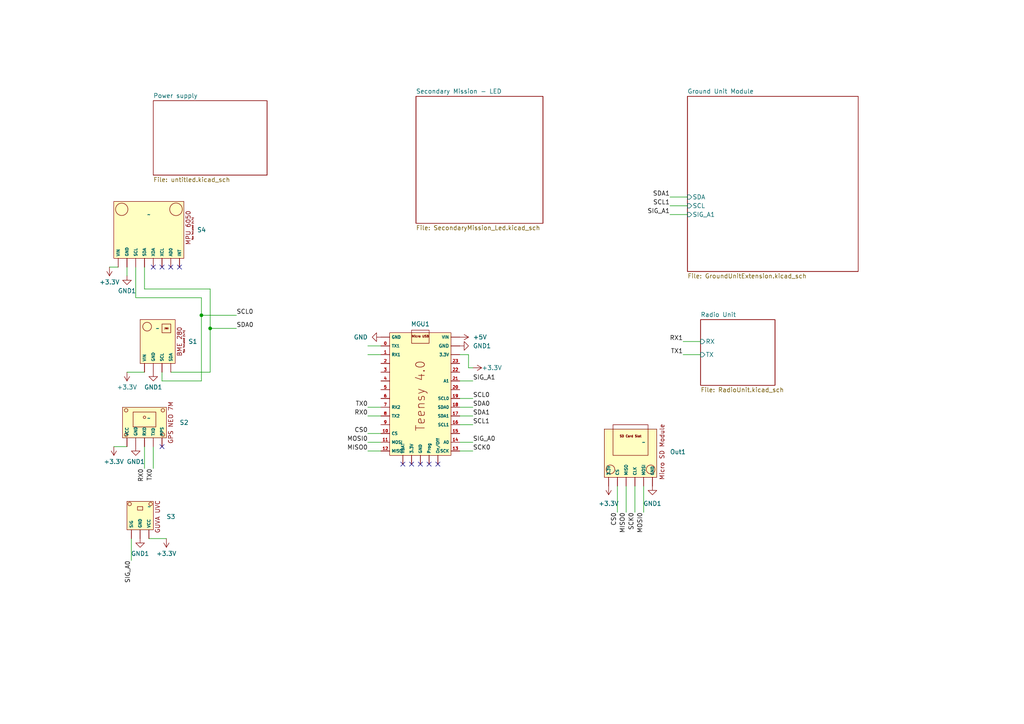
<source format=kicad_sch>
(kicad_sch (version 20230121) (generator eeschema)

  (uuid 5d2fc9f9-e9c7-40c5-b3fa-7f2393597598)

  (paper "A4")

  (lib_symbols
    (symbol "Objects:BME_280 Breakout Board" (in_bom yes) (on_board yes)
      (property "Reference" "S" (at 0 5.08 0)
        (effects (font (size 1.27 1.27)))
      )
      (property "Value" "" (at 0 0 0)
        (effects (font (size 1.27 1.27)))
      )
      (property "Footprint" "" (at 0 0 0)
        (effects (font (size 1.27 1.27)) hide)
      )
      (property "Datasheet" "" (at 0 0 0)
        (effects (font (size 1.27 1.27)) hide)
      )
      (symbol "BME_280 Breakout Board_0_1"
        (rectangle (start 1.27 1.27) (end 3.81 -1.27)
          (stroke (width 0) (type default))
          (fill (type none))
        )
      )
      (symbol "BME_280 Breakout Board_1_0"
        (pin bidirectional line (at 3.81 -12.7 90) (length 2.54)
          (name "SDA" (effects (font (size 0.8467 0.8467))))
          (number "" (effects (font (size 0.8467 0.8467))))
        )
      )
      (symbol "BME_280 Breakout Board_1_1"
        (rectangle (start -5.08 2.54) (end 5.08 -10.16)
          (stroke (width 0) (type default))
          (fill (type background))
        )
        (circle (center -3.048 0.508) (radius 1.27)
          (stroke (width 0) (type default))
          (fill (type color) (color 0 0 0 0))
        )
        (text "280" (at 2.54 0 0)
          (effects (font (size 0.4233 0.4233)))
        )
        (text "BME 280" (at 6.35 -3.81 900)
          (effects (font (size 1.27 1.27)))
        )
        (text "Rps included! (4.7k)" (at 7.62 -3.81 900)
          (effects (font (size 0.4233 0.4233)))
        )
        (pin passive line (at -1.27 -12.7 90) (length 2.54)
          (name "GND" (effects (font (size 0.8467 0.8467))))
          (number "" (effects (font (size 0.8467 0.8467))))
        )
        (pin bidirectional line (at 1.27 -12.7 90) (length 2.54)
          (name "SCL" (effects (font (size 0.8467 0.8467))))
          (number "" (effects (font (size 0.8467 0.8467))))
        )
        (pin power_in line (at -3.81 -12.7 90) (length 2.54)
          (name "VIN" (effects (font (size 0.8467 0.8467))))
          (number "" (effects (font (size 0.8467 0.8467))))
        )
      )
    )
    (symbol "Objects:GPS_NEO-7M-0-000" (in_bom yes) (on_board yes)
      (property "Reference" "S" (at 0 5.715 0)
        (effects (font (size 1.27 1.27)))
      )
      (property "Value" "" (at 1.27 0.635 0)
        (effects (font (size 1.27 1.27)))
      )
      (property "Footprint" "" (at 1.27 0.635 0)
        (effects (font (size 1.27 1.27)) hide)
      )
      (property "Datasheet" "" (at 1.27 0.635 0)
        (effects (font (size 1.27 1.27)) hide)
      )
      (symbol "GPS_NEO-7M-0-000_0_1"
        (circle (center -5.334 -4.191) (radius 0.508)
          (stroke (width 0) (type default))
          (fill (type none))
        )
        (circle (center -5.334 2.921) (radius 0.508)
          (stroke (width 0) (type default))
          (fill (type none))
        )
        (rectangle (start -3.302 2.413) (end 3.302 -1.905)
          (stroke (width 0) (type default))
          (fill (type none))
        )
        (circle (center 0 0.889) (radius 0.3592)
          (stroke (width 0) (type default))
          (fill (type none))
        )
        (circle (center 5.334 -4.191) (radius 0.508)
          (stroke (width 0) (type default))
          (fill (type none))
        )
        (circle (center 5.334 2.921) (radius 0.508)
          (stroke (width 0) (type default))
          (fill (type none))
        )
      )
      (symbol "GPS_NEO-7M-0-000_1_1"
        (rectangle (start -6.35 3.81) (end 6.35 -5.08)
          (stroke (width 0) (type default))
          (fill (type background))
        )
        (text "GPS NEO 7M" (at 7.62 -0.635 900)
          (effects (font (size 1.27 1.27)))
        )
        (pin passive line (at -2.54 -7.62 90) (length 2.54)
          (name "GND" (effects (font (size 0.8467 0.8467))))
          (number "" (effects (font (size 0.8467 0.8467))))
        )
        (pin unspecified line (at 5.08 -7.62 90) (length 2.54)
          (name "PPS" (effects (font (size 0.8467 0.8467))))
          (number "" (effects (font (size 0.8467 0.8467))))
        )
        (pin input line (at 0 -7.62 90) (length 2.54)
          (name "RXD" (effects (font (size 0.8467 0.8467))))
          (number "" (effects (font (size 0.8467 0.8467))))
        )
        (pin output line (at 2.54 -7.62 90) (length 2.54)
          (name "TXD" (effects (font (size 0.8467 0.8467))))
          (number "" (effects (font (size 0.8467 0.8467))))
        )
        (pin power_in line (at -5.08 -7.62 90) (length 2.54)
          (name "VCC" (effects (font (size 0.8467 0.8467))))
          (number "" (effects (font (size 0.8467 0.8467))))
        )
      )
    )
    (symbol "Objects:GUVA_UVC_Sensor" (in_bom yes) (on_board yes)
      (property "Reference" "S" (at 0 8.001 0)
        (effects (font (size 1.27 1.27)))
      )
      (property "Value" "" (at 2.667 4.191 0)
        (effects (font (size 1.27 1.27)))
      )
      (property "Footprint" "" (at 2.667 4.191 0)
        (effects (font (size 1.27 1.27)) hide)
      )
      (property "Datasheet" "" (at 2.667 4.191 0)
        (effects (font (size 1.27 1.27)) hide)
      )
      (symbol "GUVA_UVC_Sensor_1_1"
        (rectangle (start -3.81 5.715) (end 3.81 -2.54)
          (stroke (width 0) (type default))
          (fill (type background))
        )
        (circle (center -3.048 4.953) (radius 0.508)
          (stroke (width 0) (type default))
          (fill (type none))
        )
        (rectangle (start -0.762 4.191) (end 0.762 3.175)
          (stroke (width 0) (type default))
          (fill (type none))
        )
        (circle (center 3.048 4.953) (radius 0.508)
          (stroke (width 0) (type default))
          (fill (type none))
        )
        (text "GUVA UVC" (at 5.08 1.27 900)
          (effects (font (size 1.27 1.27)))
        )
        (pin passive line (at 0 -5.08 90) (length 2.54)
          (name "GND" (effects (font (size 0.8467 0.8467))))
          (number "" (effects (font (size 0.8467 0.8467))))
        )
        (pin output line (at -2.54 -5.08 90) (length 2.54)
          (name "SIG" (effects (font (size 0.8467 0.8467))))
          (number "" (effects (font (size 0.8467 0.8467))))
        )
        (pin power_in line (at 2.54 -5.08 90) (length 2.54)
          (name "VCC" (effects (font (size 0.8467 0.8467))))
          (number "" (effects (font (size 0.8467 0.8467))))
        )
      )
    )
    (symbol "Objects:MPU_6050 Breakout Board" (in_bom yes) (on_board yes)
      (property "Reference" "S" (at 0 6.35 0)
        (effects (font (size 1.27 1.27)))
      )
      (property "Value" "" (at 0 0 0)
        (effects (font (size 1.27 1.27)))
      )
      (property "Footprint" "" (at 0 0 0)
        (effects (font (size 1.27 1.27)) hide)
      )
      (property "Datasheet" "" (at 0 0 0)
        (effects (font (size 1.27 1.27)) hide)
      )
      (symbol "MPU_6050 Breakout Board_0_1"
        (circle (center -7.874 1.524) (radius 1.7961)
          (stroke (width 0) (type default))
          (fill (type none))
        )
        (circle (center 7.874 1.524) (radius 1.8316)
          (stroke (width 0) (type default))
          (fill (type none))
        )
      )
      (symbol "MPU_6050 Breakout Board_1_1"
        (rectangle (start -10.16 3.81) (end 10.16 -12.7)
          (stroke (width 0) (type default))
          (fill (type background))
        )
        (text "MPU 6050" (at 11.43 -3.81 900)
          (effects (font (size 1.27 1.27)))
        )
        (text "Rps included! (4.7k)" (at 12.7 -4.064 900)
          (effects (font (size 0.4233 0.4233)))
        )
        (pin unspecified line (at 6.35 -15.24 90) (length 2.54)
          (name "AD0" (effects (font (size 0.8467 0.8467))))
          (number "" (effects (font (size 0.8467 0.8467))))
        )
        (pin passive line (at -6.35 -15.24 90) (length 2.54)
          (name "GND" (effects (font (size 0.8467 0.8467))))
          (number "" (effects (font (size 0.8467 0.8467))))
        )
        (pin unspecified line (at 8.89 -15.24 90) (length 2.54)
          (name "INT" (effects (font (size 0.8467 0.8467))))
          (number "" (effects (font (size 0.8467 0.8467))))
        )
        (pin bidirectional line (at -3.81 -15.24 90) (length 2.54)
          (name "SCL" (effects (font (size 0.8467 0.8467))))
          (number "" (effects (font (size 0.8467 0.8467))))
        )
        (pin bidirectional line (at -1.27 -15.24 90) (length 2.54)
          (name "SDA" (effects (font (size 0.8467 0.8467))))
          (number "" (effects (font (size 0.8467 0.8467))))
        )
        (pin power_in line (at -8.89 -15.24 90) (length 2.54)
          (name "VIN" (effects (font (size 0.8467 0.8467))))
          (number "" (effects (font (size 0.8467 0.8467))))
        )
        (pin bidirectional line (at 3.81 -15.24 90) (length 2.54)
          (name "XCL" (effects (font (size 0.8467 0.8467))))
          (number "" (effects (font (size 0.8467 0.8467))))
        )
        (pin bidirectional line (at 1.27 -15.24 90) (length 2.54)
          (name "XDA" (effects (font (size 0.8467 0.8467))))
          (number "" (effects (font (size 0.8467 0.8467))))
        )
      )
    )
    (symbol "Objects:MicroSD_Module" (in_bom yes) (on_board yes)
      (property "Reference" "Out" (at 0 8.89 0)
        (effects (font (size 1.27 1.27)))
      )
      (property "Value" "" (at 3.81 0 0)
        (effects (font (size 1.27 1.27)))
      )
      (property "Footprint" "" (at 3.81 0 0)
        (effects (font (size 1.27 1.27)) hide)
      )
      (property "Datasheet" "" (at 3.81 0 0)
        (effects (font (size 1.27 1.27)) hide)
      )
      (symbol "MicroSD_Module_0_1"
        (circle (center -5.842 -7.874) (radius 1.27)
          (stroke (width 0) (type default))
          (fill (type none))
        )
        (circle (center 5.842 -7.874) (radius 1.27)
          (stroke (width 0) (type default))
          (fill (type none))
        )
      )
      (symbol "MicroSD_Module_1_1"
        (rectangle (start -7.62 3.81) (end 7.62 -10.16)
          (stroke (width 0) (type default))
          (fill (type background))
        )
        (rectangle (start -5.08 5.08) (end 5.08 -3.81)
          (stroke (width 0) (type solid))
          (fill (type none))
        )
        (text "Micro SD Module\n" (at 9.144 -2.794 900)
          (effects (font (size 1.27 1.27)))
        )
        (text "SD Card Slot" (at 0 1.778 0)
          (effects (font (size 0.635 0.635)))
        )
        (pin power_in line (at -6.35 -12.7 90) (length 2.54)
          (name "3.3V" (effects (font (size 0.8467 0.8467))))
          (number "" (effects (font (size 0.8467 0.8467))))
        )
        (pin unspecified line (at 1.27 -12.7 90) (length 2.54)
          (name "CLK" (effects (font (size 0.8467 0.8467))))
          (number "" (effects (font (size 0.8467 0.8467))))
        )
        (pin unspecified line (at -3.81 -12.7 90) (length 2.54)
          (name "CS" (effects (font (size 0.8467 0.8467))))
          (number "" (effects (font (size 0.8467 0.8467))))
        )
        (pin passive line (at 6.35 -12.7 90) (length 2.54)
          (name "GND" (effects (font (size 0.8467 0.8467))))
          (number "" (effects (font (size 0.8467 0.8467))))
        )
        (pin unspecified line (at -1.27 -12.7 90) (length 2.54)
          (name "MISO" (effects (font (size 0.8467 0.8467))))
          (number "" (effects (font (size 0.8467 0.8467))))
        )
        (pin unspecified line (at 3.81 -12.7 90) (length 2.54)
          (name "MOSI" (effects (font (size 0.8467 0.8467))))
          (number "" (effects (font (size 0.8467 0.8467))))
        )
      )
    )
    (symbol "Objects:Teensy_4.0_front" (in_bom yes) (on_board yes)
      (property "Reference" "MCU" (at 0 8.636 0)
        (effects (font (size 1.27 1.27)))
      )
      (property "Value" "" (at 0 7.62 0)
        (effects (font (size 1.27 1.27)))
      )
      (property "Footprint" "" (at 0 7.62 0)
        (effects (font (size 1.27 1.27)) hide)
      )
      (property "Datasheet" "" (at 0 7.62 0)
        (effects (font (size 1.27 1.27)) hide)
      )
      (symbol "Teensy_4.0_front_1_1"
        (rectangle (start -8.89 5.08) (end 8.89 -30.48)
          (stroke (width 0) (type default))
          (fill (type background))
        )
        (rectangle (start -2.54 5.842) (end 2.54 2.032)
          (stroke (width 0) (type default))
          (fill (type none))
        )
        (text "Micro USB" (at 0 4.064 0)
          (effects (font (size 0.635 0.635)))
        )
        (text "Teensy 4.0" (at 0 -13.208 900)
          (effects (font (size 2.54 2.54)))
        )
        (pin power_out line (at -2.54 -33.02 90) (length 2.54)
          (name "3.3V" (effects (font (size 0.8467 0.8467))))
          (number "" (effects (font (size 0.8467 0.8467))))
        )
        (pin power_out line (at 11.43 -1.27 180) (length 2.54)
          (name "3.3V" (effects (font (size 0.8467 0.8467))))
          (number "" (effects (font (size 0.8467 0.8467))))
        )
        (pin power_in line (at -11.43 3.81 0) (length 2.54)
          (name "GND" (effects (font (size 0.8467 0.8467))))
          (number "" (effects (font (size 0.8467 0.8467))))
        )
        (pin power_out line (at 0 -33.02 90) (length 2.54)
          (name "GND" (effects (font (size 0.8467 0.8467))))
          (number "" (effects (font (size 0.8467 0.8467))))
        )
        (pin power_out line (at 11.43 1.27 180) (length 2.54)
          (name "GND" (effects (font (size 0.9525 0.9525))))
          (number "" (effects (font (size 0.8467 0.8467))))
        )
        (pin unspecified line (at 5.08 -33.02 90) (length 2.54)
          (name "On/Off" (effects (font (size 0.8467 0.8467))))
          (number "" (effects (font (size 0.8467 0.8467))))
        )
        (pin unspecified line (at 2.54 -33.02 90) (length 2.54)
          (name "Prog" (effects (font (size 0.8467 0.8467))))
          (number "" (effects (font (size 0.8467 0.8467))))
        )
        (pin power_in line (at -5.08 -33.02 90) (length 2.54)
          (name "VBAT" (effects (font (size 0.8467 0.8467))))
          (number "" (effects (font (size 0.8467 0.8467))))
        )
        (pin power_in line (at 11.43 3.81 180) (length 2.54)
          (name "VIN" (effects (font (size 0.8467 0.8467))))
          (number "" (effects (font (size 1.27 1.27))))
        )
        (pin output line (at -11.43 1.27 0) (length 2.54)
          (name "TX1" (effects (font (size 0.8467 0.8467))))
          (number "0" (effects (font (size 0.8467 0.8467))))
        )
        (pin input line (at -11.43 -1.27 0) (length 2.54)
          (name "RX1" (effects (font (size 0.8467 0.8467))))
          (number "1" (effects (font (size 0.8467 0.8467))))
        )
        (pin free line (at -11.43 -24.13 0) (length 2.54)
          (name "CS" (effects (font (size 0.8467 0.8467))))
          (number "10" (effects (font (size 0.8467 0.8467))))
        )
        (pin free line (at -11.43 -26.67 0) (length 2.54)
          (name "MOSI" (effects (font (size 0.8467 0.8467))))
          (number "11" (effects (font (size 0.8467 0.8467))))
        )
        (pin free line (at -11.43 -29.21 0) (length 2.54)
          (name "MISO" (effects (font (size 0.8467 0.8467))))
          (number "12" (effects (font (size 0.8467 0.8467))))
        )
        (pin free line (at 11.43 -29.21 180) (length 2.54)
          (name "SCK" (effects (font (size 0.8467 0.8467))))
          (number "13" (effects (font (size 0.8467 0.8467))))
        )
        (pin input line (at 11.43 -26.67 180) (length 2.54)
          (name "A0" (effects (font (size 0.8467 0.8467))))
          (number "14" (effects (font (size 0.8467 0.8467))))
        )
        (pin free line (at 11.43 -24.13 180) (length 2.54)
          (name "" (effects (font (size 0.8467 0.8467))))
          (number "15" (effects (font (size 0.8467 0.8467))))
        )
        (pin bidirectional line (at 11.43 -21.59 180) (length 2.54)
          (name "SCL1" (effects (font (size 0.8467 0.8467))))
          (number "16" (effects (font (size 0.8467 0.8467))))
        )
        (pin bidirectional line (at 11.43 -19.05 180) (length 2.54)
          (name "SDA1" (effects (font (size 0.8467 0.8467))))
          (number "17" (effects (font (size 0.8467 0.8467))))
        )
        (pin bidirectional line (at 11.43 -16.51 180) (length 2.54)
          (name "SDA0" (effects (font (size 0.8467 0.8467))))
          (number "18" (effects (font (size 0.8467 0.8467))))
        )
        (pin bidirectional line (at 11.43 -13.97 180) (length 2.54)
          (name "SCL0" (effects (font (size 0.8467 0.8467))))
          (number "19" (effects (font (size 0.8467 0.8467))))
        )
        (pin free line (at -11.43 -3.81 0) (length 2.54)
          (name "" (effects (font (size 0.8467 0.8467))))
          (number "2" (effects (font (size 0.8467 0.8467))))
        )
        (pin free line (at 11.43 -11.43 180) (length 2.54)
          (name "" (effects (font (size 0.8467 0.8467))))
          (number "20" (effects (font (size 0.8467 0.8467))))
        )
        (pin input line (at 11.43 -8.89 180) (length 2.54)
          (name "A1" (effects (font (size 0.8467 0.8467))))
          (number "21" (effects (font (size 0.8467 0.8467))))
        )
        (pin free line (at 11.43 -6.35 180) (length 2.54)
          (name "" (effects (font (size 0.8467 0.8467))))
          (number "22" (effects (font (size 0.8467 0.8467))))
        )
        (pin free line (at 11.43 -3.81 180) (length 2.54)
          (name "" (effects (font (size 0.8467 0.8467))))
          (number "23" (effects (font (size 0.8467 0.8467))))
        )
        (pin free line (at -11.43 -6.35 0) (length 2.54)
          (name "" (effects (font (size 0.8467 0.8467))))
          (number "3" (effects (font (size 0.8467 0.8467))))
        )
        (pin free line (at -11.43 -8.89 0) (length 2.54)
          (name "" (effects (font (size 0.8467 0.8467))))
          (number "4" (effects (font (size 0.8467 0.8467))))
        )
        (pin free line (at -11.43 -11.43 0) (length 2.54)
          (name "" (effects (font (size 0.8467 0.8467))))
          (number "5" (effects (font (size 0.8467 0.8467))))
        )
        (pin free line (at -11.43 -13.97 0) (length 2.54)
          (name "" (effects (font (size 0.8467 0.8467))))
          (number "6" (effects (font (size 0.8467 0.8467))))
        )
        (pin input line (at -11.43 -16.51 0) (length 2.54)
          (name "RX2" (effects (font (size 0.8467 0.8467))))
          (number "7" (effects (font (size 0.8467 0.8467))))
        )
        (pin output line (at -11.43 -19.05 0) (length 2.54)
          (name "TX2" (effects (font (size 0.8467 0.8467))))
          (number "8" (effects (font (size 0.8467 0.8467))))
        )
        (pin free line (at -11.43 -21.59 0) (length 2.54)
          (name "" (effects (font (size 0.8467 0.8467))))
          (number "9" (effects (font (size 0.8467 0.8467))))
        )
      )
    )
    (symbol "power:+3.3V" (power) (pin_names (offset 0)) (in_bom yes) (on_board yes)
      (property "Reference" "#PWR" (at 0 -3.81 0)
        (effects (font (size 1.27 1.27)) hide)
      )
      (property "Value" "+3.3V" (at 0 3.556 0)
        (effects (font (size 1.27 1.27)))
      )
      (property "Footprint" "" (at 0 0 0)
        (effects (font (size 1.27 1.27)) hide)
      )
      (property "Datasheet" "" (at 0 0 0)
        (effects (font (size 1.27 1.27)) hide)
      )
      (property "ki_keywords" "global power" (at 0 0 0)
        (effects (font (size 1.27 1.27)) hide)
      )
      (property "ki_description" "Power symbol creates a global label with name \"+3.3V\"" (at 0 0 0)
        (effects (font (size 1.27 1.27)) hide)
      )
      (symbol "+3.3V_0_1"
        (polyline
          (pts
            (xy -0.762 1.27)
            (xy 0 2.54)
          )
          (stroke (width 0) (type default))
          (fill (type none))
        )
        (polyline
          (pts
            (xy 0 0)
            (xy 0 2.54)
          )
          (stroke (width 0) (type default))
          (fill (type none))
        )
        (polyline
          (pts
            (xy 0 2.54)
            (xy 0.762 1.27)
          )
          (stroke (width 0) (type default))
          (fill (type none))
        )
      )
      (symbol "+3.3V_1_1"
        (pin power_in line (at 0 0 90) (length 0) hide
          (name "+3.3V" (effects (font (size 1.27 1.27))))
          (number "1" (effects (font (size 1.27 1.27))))
        )
      )
    )
    (symbol "power:+5V" (power) (pin_names (offset 0)) (in_bom yes) (on_board yes)
      (property "Reference" "#PWR" (at 0 -3.81 0)
        (effects (font (size 1.27 1.27)) hide)
      )
      (property "Value" "+5V" (at 0 3.556 0)
        (effects (font (size 1.27 1.27)))
      )
      (property "Footprint" "" (at 0 0 0)
        (effects (font (size 1.27 1.27)) hide)
      )
      (property "Datasheet" "" (at 0 0 0)
        (effects (font (size 1.27 1.27)) hide)
      )
      (property "ki_keywords" "global power" (at 0 0 0)
        (effects (font (size 1.27 1.27)) hide)
      )
      (property "ki_description" "Power symbol creates a global label with name \"+5V\"" (at 0 0 0)
        (effects (font (size 1.27 1.27)) hide)
      )
      (symbol "+5V_0_1"
        (polyline
          (pts
            (xy -0.762 1.27)
            (xy 0 2.54)
          )
          (stroke (width 0) (type default))
          (fill (type none))
        )
        (polyline
          (pts
            (xy 0 0)
            (xy 0 2.54)
          )
          (stroke (width 0) (type default))
          (fill (type none))
        )
        (polyline
          (pts
            (xy 0 2.54)
            (xy 0.762 1.27)
          )
          (stroke (width 0) (type default))
          (fill (type none))
        )
      )
      (symbol "+5V_1_1"
        (pin power_in line (at 0 0 90) (length 0) hide
          (name "+5V" (effects (font (size 1.27 1.27))))
          (number "1" (effects (font (size 1.27 1.27))))
        )
      )
    )
    (symbol "power:GND" (power) (pin_names (offset 0)) (in_bom yes) (on_board yes)
      (property "Reference" "#PWR" (at 0 -6.35 0)
        (effects (font (size 1.27 1.27)) hide)
      )
      (property "Value" "GND" (at 0 -3.81 0)
        (effects (font (size 1.27 1.27)))
      )
      (property "Footprint" "" (at 0 0 0)
        (effects (font (size 1.27 1.27)) hide)
      )
      (property "Datasheet" "" (at 0 0 0)
        (effects (font (size 1.27 1.27)) hide)
      )
      (property "ki_keywords" "global power" (at 0 0 0)
        (effects (font (size 1.27 1.27)) hide)
      )
      (property "ki_description" "Power symbol creates a global label with name \"GND\" , ground" (at 0 0 0)
        (effects (font (size 1.27 1.27)) hide)
      )
      (symbol "GND_0_1"
        (polyline
          (pts
            (xy 0 0)
            (xy 0 -1.27)
            (xy 1.27 -1.27)
            (xy 0 -2.54)
            (xy -1.27 -1.27)
            (xy 0 -1.27)
          )
          (stroke (width 0) (type default))
          (fill (type none))
        )
      )
      (symbol "GND_1_1"
        (pin power_in line (at 0 0 270) (length 0) hide
          (name "GND" (effects (font (size 1.27 1.27))))
          (number "1" (effects (font (size 1.27 1.27))))
        )
      )
    )
    (symbol "power:GND1" (power) (pin_names (offset 0)) (in_bom yes) (on_board yes)
      (property "Reference" "#PWR" (at 0 -6.35 0)
        (effects (font (size 1.27 1.27)) hide)
      )
      (property "Value" "GND1" (at 0 -3.81 0)
        (effects (font (size 1.27 1.27)))
      )
      (property "Footprint" "" (at 0 0 0)
        (effects (font (size 1.27 1.27)) hide)
      )
      (property "Datasheet" "" (at 0 0 0)
        (effects (font (size 1.27 1.27)) hide)
      )
      (property "ki_keywords" "global power" (at 0 0 0)
        (effects (font (size 1.27 1.27)) hide)
      )
      (property "ki_description" "Power symbol creates a global label with name \"GND1\" , ground" (at 0 0 0)
        (effects (font (size 1.27 1.27)) hide)
      )
      (symbol "GND1_0_1"
        (polyline
          (pts
            (xy 0 0)
            (xy 0 -1.27)
            (xy 1.27 -1.27)
            (xy 0 -2.54)
            (xy -1.27 -1.27)
            (xy 0 -1.27)
          )
          (stroke (width 0) (type default))
          (fill (type none))
        )
      )
      (symbol "GND1_1_1"
        (pin power_in line (at 0 0 270) (length 0) hide
          (name "GND1" (effects (font (size 1.27 1.27))))
          (number "1" (effects (font (size 1.27 1.27))))
        )
      )
    )
  )

  (junction (at 58.42 91.44) (diameter 0) (color 0 0 0 0)
    (uuid 0e7eb6b7-b97a-43e6-b727-c90cb959774c)
  )
  (junction (at 60.96 95.25) (diameter 0) (color 0 0 0 0)
    (uuid 5365f2d8-feba-48cf-ac4d-800cd09f8ffb)
  )

  (no_connect (at 116.84 134.62) (uuid 18f01199-ee06-4074-ba73-31602026e903))
  (no_connect (at 119.38 134.62) (uuid 19ec9f24-a16a-4b50-a3df-f52d2d86672d))
  (no_connect (at 44.45 77.47) (uuid 377020b3-bbc7-4707-8b78-fbf1c10851bd))
  (no_connect (at 121.92 134.62) (uuid 7336b7d0-65c0-4860-b262-93d4eed6b28b))
  (no_connect (at 52.07 77.47) (uuid 745c200b-07f6-46dc-9261-6d315ef94dfc))
  (no_connect (at 127 134.62) (uuid 78cf91c0-09a8-4482-8333-946b22034029))
  (no_connect (at 49.53 77.47) (uuid bebfd865-c541-4086-9905-19948293e960))
  (no_connect (at 124.46 134.62) (uuid c773b4e8-6725-44ee-916d-cb0b0caca9a8))
  (no_connect (at 46.99 129.54) (uuid cc5be443-d6e2-45c4-9399-4453c63e5deb))
  (no_connect (at 46.99 77.47) (uuid f48edc83-aec1-4315-a8ce-905f6b3801d2))

  (wire (pts (xy 41.91 77.47) (xy 41.91 83.82))
    (stroke (width 0) (type default))
    (uuid 017dff0b-7f47-4f9b-b6cd-6d93beff2bcd)
  )
  (wire (pts (xy 194.31 59.69) (xy 199.39 59.69))
    (stroke (width 0) (type default))
    (uuid 09434657-6a0b-4fcf-924d-06be19200d04)
  )
  (wire (pts (xy 198.12 99.06) (xy 203.2 99.06))
    (stroke (width 0) (type default))
    (uuid 0c52e17d-8c17-4224-a01b-1117a3cf3abb)
  )
  (wire (pts (xy 106.68 128.27) (xy 110.49 128.27))
    (stroke (width 0) (type default))
    (uuid 11270aca-7548-4945-a1e6-e88d630091d9)
  )
  (wire (pts (xy 60.96 95.25) (xy 68.58 95.25))
    (stroke (width 0) (type default))
    (uuid 1877bd81-53f5-4583-b3ac-c323caeadd13)
  )
  (wire (pts (xy 38.1 162.56) (xy 38.1 156.21))
    (stroke (width 0) (type default))
    (uuid 1930da39-26ef-48cc-b1ee-cf2d1539113d)
  )
  (wire (pts (xy 133.35 110.49) (xy 137.16 110.49))
    (stroke (width 0) (type default))
    (uuid 254bce09-1324-4e34-9c91-8ec4cbba8e36)
  )
  (wire (pts (xy 106.68 100.33) (xy 110.49 100.33))
    (stroke (width 0) (type default))
    (uuid 2c009cbf-48ff-4c67-9677-fb7b288942b9)
  )
  (wire (pts (xy 137.16 115.57) (xy 133.35 115.57))
    (stroke (width 0) (type default))
    (uuid 2f7b9d95-b8d0-4f6d-b314-1fd69a791f83)
  )
  (wire (pts (xy 135.89 106.68) (xy 135.89 102.87))
    (stroke (width 0) (type default))
    (uuid 2f8735fd-af23-44aa-b2e1-476e395076b7)
  )
  (wire (pts (xy 60.96 95.25) (xy 60.96 107.95))
    (stroke (width 0) (type default))
    (uuid 31657b1b-cf52-41e4-802d-313cfbb0a7a7)
  )
  (wire (pts (xy 36.83 80.01) (xy 36.83 77.47))
    (stroke (width 0) (type default))
    (uuid 38df8f29-794a-4a8b-84cf-ee87bb342a21)
  )
  (wire (pts (xy 135.89 106.68) (xy 137.16 106.68))
    (stroke (width 0) (type default))
    (uuid 40d4f0e5-8c3a-4662-8fc3-b6992bbeee04)
  )
  (wire (pts (xy 106.68 120.65) (xy 110.49 120.65))
    (stroke (width 0) (type default))
    (uuid 45374b8f-90a6-421e-b1c8-4f2f21e5c830)
  )
  (wire (pts (xy 60.96 83.82) (xy 60.96 95.25))
    (stroke (width 0) (type default))
    (uuid 4ab7c552-fe4f-4a83-9d98-2a11c0efb8a2)
  )
  (wire (pts (xy 198.12 102.87) (xy 203.2 102.87))
    (stroke (width 0) (type default))
    (uuid 4abff4a8-64a2-4ab6-842e-24f66c7b39ec)
  )
  (wire (pts (xy 58.42 91.44) (xy 58.42 110.49))
    (stroke (width 0) (type default))
    (uuid 506416c2-27e1-47a2-96af-f9acf73bf53f)
  )
  (wire (pts (xy 36.83 107.95) (xy 41.91 107.95))
    (stroke (width 0) (type default))
    (uuid 52d01452-d8da-4166-8f92-c37d31ff3b8e)
  )
  (wire (pts (xy 41.91 129.54) (xy 41.91 135.89))
    (stroke (width 0) (type default))
    (uuid 53da3589-8c55-4b27-bb32-8eb786666260)
  )
  (wire (pts (xy 33.02 129.54) (xy 36.83 129.54))
    (stroke (width 0) (type default))
    (uuid 5e9a30b2-1489-465c-b41d-cb4dc4184358)
  )
  (wire (pts (xy 106.68 102.87) (xy 110.49 102.87))
    (stroke (width 0) (type default))
    (uuid 693dc79a-4281-4d69-81a9-be02a1e700b8)
  )
  (wire (pts (xy 106.68 118.11) (xy 110.49 118.11))
    (stroke (width 0) (type default))
    (uuid 6c948474-f406-4740-9dda-d6ee6cf4358f)
  )
  (wire (pts (xy 179.07 148.59) (xy 179.07 140.97))
    (stroke (width 0) (type default))
    (uuid 6c97c77c-38b5-44d2-b13d-321a7e6dcdc6)
  )
  (wire (pts (xy 133.35 120.65) (xy 137.16 120.65))
    (stroke (width 0) (type default))
    (uuid 7c711f09-9ee5-43fa-98a9-18f36ce922b7)
  )
  (wire (pts (xy 184.15 148.59) (xy 184.15 140.97))
    (stroke (width 0) (type default))
    (uuid 7d267b3c-1c5e-4ff0-aa82-2ebf1647420a)
  )
  (wire (pts (xy 46.99 107.95) (xy 46.99 110.49))
    (stroke (width 0) (type default))
    (uuid 822ffa8a-40ef-49ce-807f-d0e7bc69e7f8)
  )
  (wire (pts (xy 106.68 130.81) (xy 110.49 130.81))
    (stroke (width 0) (type default))
    (uuid 8c8a3695-09f6-44fb-a3bf-2da0070a686f)
  )
  (wire (pts (xy 46.99 110.49) (xy 58.42 110.49))
    (stroke (width 0) (type default))
    (uuid 8d90eecf-ac4f-4152-9510-abf8ce3e77d6)
  )
  (wire (pts (xy 181.61 148.59) (xy 181.61 140.97))
    (stroke (width 0) (type default))
    (uuid 8f6cb6b5-4366-4e74-a7c7-76e3d838a2f5)
  )
  (wire (pts (xy 186.69 148.59) (xy 186.69 140.97))
    (stroke (width 0) (type default))
    (uuid 90d4befa-b4d3-43a7-8b72-daec7cefde51)
  )
  (wire (pts (xy 106.68 125.73) (xy 110.49 125.73))
    (stroke (width 0) (type default))
    (uuid 928d43c9-5884-40b0-8110-e05e62cd4270)
  )
  (wire (pts (xy 58.42 91.44) (xy 68.58 91.44))
    (stroke (width 0) (type default))
    (uuid 92f2dac2-c9e7-46f1-9928-03f6a06a5dce)
  )
  (wire (pts (xy 39.37 77.47) (xy 39.37 86.36))
    (stroke (width 0) (type default))
    (uuid 9bf77fa7-d352-4e81-81bf-b91a42af1be9)
  )
  (wire (pts (xy 31.75 77.47) (xy 34.29 77.47))
    (stroke (width 0) (type default))
    (uuid 9ed9f0e0-ea34-4c63-b434-e3eb639d97ed)
  )
  (wire (pts (xy 133.35 123.19) (xy 137.16 123.19))
    (stroke (width 0) (type default))
    (uuid a64b4cbd-7b6e-46b6-ad13-ca6c955a1d8b)
  )
  (wire (pts (xy 60.96 83.82) (xy 41.91 83.82))
    (stroke (width 0) (type default))
    (uuid a785be6c-f594-4012-9da5-12a0d62604c3)
  )
  (wire (pts (xy 137.16 130.81) (xy 133.35 130.81))
    (stroke (width 0) (type default))
    (uuid b14a82b7-e609-495f-b7b0-0ee2f1dccc70)
  )
  (wire (pts (xy 43.18 156.21) (xy 48.26 156.21))
    (stroke (width 0) (type default))
    (uuid bb5021c2-9405-4b6d-9715-e057cd29ebdf)
  )
  (wire (pts (xy 44.45 129.54) (xy 44.45 135.89))
    (stroke (width 0) (type default))
    (uuid c0494875-8cab-4249-a244-70e156d40bdc)
  )
  (wire (pts (xy 58.42 86.36) (xy 58.42 91.44))
    (stroke (width 0) (type default))
    (uuid c3fe249b-6b71-454e-acec-50a8d91ee6a4)
  )
  (wire (pts (xy 39.37 86.36) (xy 58.42 86.36))
    (stroke (width 0) (type default))
    (uuid d311b5b9-d02d-4121-868f-01f7da64bb0d)
  )
  (wire (pts (xy 137.16 128.27) (xy 133.35 128.27))
    (stroke (width 0) (type default))
    (uuid d9c16449-7525-4f16-99d6-7b740c855f55)
  )
  (wire (pts (xy 137.16 118.11) (xy 133.35 118.11))
    (stroke (width 0) (type default))
    (uuid da5fdc61-c11e-4fcc-97ba-c016b79758a4)
  )
  (wire (pts (xy 194.31 62.23) (xy 199.39 62.23))
    (stroke (width 0) (type default))
    (uuid e6a25834-cb82-4448-951d-705d67a645a7)
  )
  (wire (pts (xy 135.89 102.87) (xy 133.35 102.87))
    (stroke (width 0) (type default))
    (uuid ecb05005-3530-47e9-8099-99bda3b5ba8b)
  )
  (wire (pts (xy 49.53 107.95) (xy 60.96 107.95))
    (stroke (width 0) (type default))
    (uuid ef87b2c8-b68c-421a-b2d2-e8667b8b1e67)
  )
  (wire (pts (xy 194.31 57.15) (xy 199.39 57.15))
    (stroke (width 0) (type default))
    (uuid fe347f6d-4fdd-4f8c-870e-f7ee23260655)
  )

  (label "MOSI0" (at 186.69 148.59 270) (fields_autoplaced)
    (effects (font (size 1.27 1.27)) (justify right bottom))
    (uuid 10214729-dac8-496e-9857-40dfdbb399a1)
  )
  (label "SDA1" (at 194.31 57.15 180) (fields_autoplaced)
    (effects (font (size 1.27 1.27)) (justify right bottom))
    (uuid 1850aacb-9a62-4b38-843f-158e6ee7e2b6)
  )
  (label "SCK0" (at 184.15 148.59 270) (fields_autoplaced)
    (effects (font (size 1.27 1.27)) (justify right bottom))
    (uuid 1b79d9f9-7835-4d84-a6f4-d82c313a47f9)
  )
  (label "CS0" (at 106.68 125.73 180) (fields_autoplaced)
    (effects (font (size 1.27 1.27)) (justify right bottom))
    (uuid 3d2c7059-edca-417a-9525-9c05f309d88b)
  )
  (label "RX0" (at 106.68 120.65 180) (fields_autoplaced)
    (effects (font (size 1.27 1.27)) (justify right bottom))
    (uuid 4ac2460a-d847-4eb7-8257-de381f9f3832)
  )
  (label "SCK0" (at 137.16 130.81 0) (fields_autoplaced)
    (effects (font (size 1.27 1.27)) (justify left bottom))
    (uuid 54221155-f4f3-4a30-9042-8f5754626225)
  )
  (label "SCL1" (at 194.31 59.69 180) (fields_autoplaced)
    (effects (font (size 1.27 1.27)) (justify right bottom))
    (uuid 5f534248-1ed8-4ac4-a5ca-7618e2e0e33b)
  )
  (label "SCL0" (at 68.58 91.44 0) (fields_autoplaced)
    (effects (font (size 1.27 1.27)) (justify left bottom))
    (uuid 629dd61f-6ac5-46a6-9e5b-b6e60b92ae1e)
  )
  (label "SIG_A1" (at 137.16 110.49 0) (fields_autoplaced)
    (effects (font (size 1.27 1.27)) (justify left bottom))
    (uuid 74822c2e-fea4-4e10-8c4c-98857d442034)
  )
  (label "MOSI0" (at 106.68 128.27 180) (fields_autoplaced)
    (effects (font (size 1.27 1.27)) (justify right bottom))
    (uuid 967e2f3d-57c4-4ad5-9437-ea1bf0c41528)
  )
  (label "SDA0" (at 68.58 95.25 0) (fields_autoplaced)
    (effects (font (size 1.27 1.27)) (justify left bottom))
    (uuid 9ab8350b-5f32-449a-91e4-3901cf9eedae)
  )
  (label "MISO0" (at 181.61 148.59 270) (fields_autoplaced)
    (effects (font (size 1.27 1.27)) (justify right bottom))
    (uuid a006a129-b20a-4666-8334-e57d1a3ba989)
  )
  (label "SCL0" (at 137.16 115.57 0) (fields_autoplaced)
    (effects (font (size 1.27 1.27)) (justify left bottom))
    (uuid a2ea7bec-661a-422c-b728-ca750b4698f9)
  )
  (label "MISO0" (at 106.68 130.81 180) (fields_autoplaced)
    (effects (font (size 1.27 1.27)) (justify right bottom))
    (uuid a582b1c8-a290-4b14-813a-7316acd68db5)
  )
  (label "TX0" (at 106.68 118.11 180) (fields_autoplaced)
    (effects (font (size 1.27 1.27)) (justify right bottom))
    (uuid b6f7c40c-0f6b-419c-852b-85df48ebdece)
  )
  (label "SDA0" (at 137.16 118.11 0) (fields_autoplaced)
    (effects (font (size 1.27 1.27)) (justify left bottom))
    (uuid bbd3da24-c15d-4b19-af66-9440de7fe474)
  )
  (label "TX0" (at 44.45 135.89 270) (fields_autoplaced)
    (effects (font (size 1.27 1.27)) (justify right bottom))
    (uuid c0202f64-2e94-4151-bbfe-c6670e8db153)
  )
  (label "CS0" (at 179.07 148.59 270) (fields_autoplaced)
    (effects (font (size 1.27 1.27)) (justify right bottom))
    (uuid d6d8f902-6343-4b6d-b0bd-4df52608ad56)
  )
  (label "SIG_A1" (at 194.31 62.23 180) (fields_autoplaced)
    (effects (font (size 1.27 1.27)) (justify right bottom))
    (uuid e02a437b-cbf6-4af4-83dd-26db618cb11a)
  )
  (label "SDA1" (at 137.16 120.65 0) (fields_autoplaced)
    (effects (font (size 1.27 1.27)) (justify left bottom))
    (uuid e0771c75-40bd-4963-ae55-cc1925ec595d)
  )
  (label "SCL1" (at 137.16 123.19 0) (fields_autoplaced)
    (effects (font (size 1.27 1.27)) (justify left bottom))
    (uuid e327b422-c862-49f1-aa64-5398abf41918)
  )
  (label "TX1" (at 198.12 102.87 180) (fields_autoplaced)
    (effects (font (size 1.27 1.27)) (justify right bottom))
    (uuid eddaf3c4-1a50-4f53-8016-deda48ee9079)
  )
  (label "SIG_A0" (at 137.16 128.27 0) (fields_autoplaced)
    (effects (font (size 1.27 1.27)) (justify left bottom))
    (uuid f0426b40-e0d4-49cc-89b4-e5ba76832805)
  )
  (label "SIG_A0" (at 38.1 162.56 270) (fields_autoplaced)
    (effects (font (size 1.27 1.27)) (justify right bottom))
    (uuid f0d47299-4a11-40a2-be9a-e297250c4e69)
  )
  (label "RX0" (at 41.91 135.89 270) (fields_autoplaced)
    (effects (font (size 1.27 1.27)) (justify right bottom))
    (uuid f849cd75-9920-4776-a094-2814556543d8)
  )
  (label "RX1" (at 198.12 99.06 180) (fields_autoplaced)
    (effects (font (size 1.27 1.27)) (justify right bottom))
    (uuid fcf7c93e-0535-4fb0-98b0-6b5b0297b358)
  )

  (symbol (lib_id "power:GND1") (at 189.23 140.97 0) (unit 1)
    (in_bom yes) (on_board yes) (dnp no) (fields_autoplaced)
    (uuid 0f068e7e-3034-421a-b1b2-8d8482d6b95a)
    (property "Reference" "#PWR013" (at 189.23 147.32 0)
      (effects (font (size 1.27 1.27)) hide)
    )
    (property "Value" "GND1" (at 189.23 146.05 0)
      (effects (font (size 1.27 1.27)))
    )
    (property "Footprint" "" (at 189.23 140.97 0)
      (effects (font (size 1.27 1.27)) hide)
    )
    (property "Datasheet" "" (at 189.23 140.97 0)
      (effects (font (size 1.27 1.27)) hide)
    )
    (pin "1" (uuid 3bcc341f-febd-4ab9-accf-3a5101bec441))
    (instances
      (project "KaCat1-2 wiring"
        (path "/5d2fc9f9-e9c7-40c5-b3fa-7f2393597598"
          (reference "#PWR013") (unit 1)
        )
      )
    )
  )

  (symbol (lib_id "power:GND1") (at 133.35 100.33 90) (unit 1)
    (in_bom yes) (on_board yes) (dnp no) (fields_autoplaced)
    (uuid 13eba7ad-ac02-4e2a-8ec1-b680cedd2f49)
    (property "Reference" "#PWR010" (at 139.7 100.33 0)
      (effects (font (size 1.27 1.27)) hide)
    )
    (property "Value" "GND1" (at 137.16 100.33 90)
      (effects (font (size 1.27 1.27)) (justify right))
    )
    (property "Footprint" "" (at 133.35 100.33 0)
      (effects (font (size 1.27 1.27)) hide)
    )
    (property "Datasheet" "" (at 133.35 100.33 0)
      (effects (font (size 1.27 1.27)) hide)
    )
    (pin "1" (uuid c1f5eb1f-b119-4b8e-8d35-00e896abf5cf))
    (instances
      (project "KaCat1-2 wiring"
        (path "/5d2fc9f9-e9c7-40c5-b3fa-7f2393597598"
          (reference "#PWR010") (unit 1)
        )
      )
    )
  )

  (symbol (lib_id "power:GND1") (at 44.45 107.95 0) (unit 1)
    (in_bom yes) (on_board yes) (dnp no)
    (uuid 3d123099-b000-4d87-9b5f-eb3e02a6cff6)
    (property "Reference" "#PWR02" (at 44.45 114.3 0)
      (effects (font (size 1.27 1.27)) hide)
    )
    (property "Value" "GND1" (at 44.45 113.03 0)
      (effects (font (size 1.27 1.27)) (justify bottom))
    )
    (property "Footprint" "" (at 44.45 107.95 0)
      (effects (font (size 1.27 1.27)) hide)
    )
    (property "Datasheet" "" (at 44.45 107.95 0)
      (effects (font (size 1.27 1.27)) hide)
    )
    (pin "1" (uuid f86098a5-655e-46f2-8bab-c2c3ba584a58))
    (instances
      (project "KaCat1-2 wiring"
        (path "/5d2fc9f9-e9c7-40c5-b3fa-7f2393597598"
          (reference "#PWR02") (unit 1)
        )
      )
    )
  )

  (symbol (lib_id "power:+3.3V") (at 48.26 156.21 180) (unit 1)
    (in_bom yes) (on_board yes) (dnp no)
    (uuid 3f723460-14fa-4bee-b6fe-b8bd6253b92a)
    (property "Reference" "#PWR08" (at 48.26 152.4 0)
      (effects (font (size 1.27 1.27)) hide)
    )
    (property "Value" "+3.3V" (at 48.26 161.29 0)
      (effects (font (size 1.27 1.27)) (justify top))
    )
    (property "Footprint" "" (at 48.26 156.21 0)
      (effects (font (size 1.27 1.27)) hide)
    )
    (property "Datasheet" "" (at 48.26 156.21 0)
      (effects (font (size 1.27 1.27)) hide)
    )
    (pin "1" (uuid 59963e18-c24f-4870-ab8c-4909cf7b729d))
    (instances
      (project "KaCat1-2 wiring"
        (path "/5d2fc9f9-e9c7-40c5-b3fa-7f2393597598"
          (reference "#PWR08") (unit 1)
        )
      )
    )
  )

  (symbol (lib_id "Objects:BME_280 Breakout Board") (at 45.72 95.25 0) (unit 1)
    (in_bom yes) (on_board yes) (dnp no) (fields_autoplaced)
    (uuid 4a9d211b-6106-47d4-949d-87f20ab9a90a)
    (property "Reference" "S1" (at 54.61 99.06 0)
      (effects (font (size 1.27 1.27)) (justify left))
    )
    (property "Value" "~" (at 45.72 95.25 0)
      (effects (font (size 1.27 1.27)))
    )
    (property "Footprint" "" (at 45.72 95.25 0)
      (effects (font (size 1.27 1.27)) hide)
    )
    (property "Datasheet" "" (at 45.72 95.25 0)
      (effects (font (size 1.27 1.27)) hide)
    )
    (pin "" (uuid 74cd6247-58ca-4db5-9825-96ceed0ed21b))
    (pin "" (uuid 3efbd909-21f4-4b37-8cae-60a913821db7))
    (pin "" (uuid 10ada2c2-e391-4e27-9720-31e71ea4fcad))
    (pin "" (uuid a2c192ed-401f-4174-a068-0a4fb863240c))
    (instances
      (project "KaCat1-2 wiring"
        (path "/5d2fc9f9-e9c7-40c5-b3fa-7f2393597598"
          (reference "S1") (unit 1)
        )
      )
    )
  )

  (symbol (lib_id "power:+5V") (at 133.35 97.79 270) (unit 1)
    (in_bom yes) (on_board yes) (dnp no) (fields_autoplaced)
    (uuid 4aa44729-e4a5-4284-8499-65b49f0aec94)
    (property "Reference" "#PWR021" (at 129.54 97.79 0)
      (effects (font (size 1.27 1.27)) hide)
    )
    (property "Value" "+5V" (at 137.16 97.79 90)
      (effects (font (size 1.27 1.27)) (justify left))
    )
    (property "Footprint" "" (at 133.35 97.79 0)
      (effects (font (size 1.27 1.27)) hide)
    )
    (property "Datasheet" "" (at 133.35 97.79 0)
      (effects (font (size 1.27 1.27)) hide)
    )
    (pin "1" (uuid 882f71c5-d8da-4a25-a979-e95759821b7d))
    (instances
      (project "KaCat1-2 wiring"
        (path "/5d2fc9f9-e9c7-40c5-b3fa-7f2393597598"
          (reference "#PWR021") (unit 1)
        )
      )
    )
  )

  (symbol (lib_id "power:+3.3V") (at 31.75 77.47 180) (unit 1)
    (in_bom yes) (on_board yes) (dnp no)
    (uuid 5370bcfc-b268-4f38-bf97-517c97d8525f)
    (property "Reference" "#PWR06" (at 31.75 73.66 0)
      (effects (font (size 1.27 1.27)) hide)
    )
    (property "Value" "+3.3V" (at 31.75 82.55 0)
      (effects (font (size 1.27 1.27)) (justify top))
    )
    (property "Footprint" "" (at 31.75 77.47 0)
      (effects (font (size 1.27 1.27)) hide)
    )
    (property "Datasheet" "" (at 31.75 77.47 0)
      (effects (font (size 1.27 1.27)) hide)
    )
    (pin "1" (uuid 0bb0fcfe-fed2-4568-bdd6-792d70602ae7))
    (instances
      (project "KaCat1-2 wiring"
        (path "/5d2fc9f9-e9c7-40c5-b3fa-7f2393597598"
          (reference "#PWR06") (unit 1)
        )
      )
    )
  )

  (symbol (lib_id "Objects:GPS_NEO-7M-0-000") (at 41.91 121.92 0) (unit 1)
    (in_bom yes) (on_board yes) (dnp no) (fields_autoplaced)
    (uuid 5813bfcd-c4a3-48c7-b9ec-36a46da79a00)
    (property "Reference" "S2" (at 52.07 122.555 0)
      (effects (font (size 1.27 1.27)) (justify left))
    )
    (property "Value" "~" (at 43.18 121.285 0)
      (effects (font (size 1.27 1.27)))
    )
    (property "Footprint" "" (at 43.18 121.285 0)
      (effects (font (size 1.27 1.27)) hide)
    )
    (property "Datasheet" "" (at 43.18 121.285 0)
      (effects (font (size 1.27 1.27)) hide)
    )
    (pin "" (uuid ee905b61-e374-4deb-b663-e36e75fa6da7))
    (pin "" (uuid 0e8d4608-9b5d-42ec-b9bf-bd8c82a66438))
    (pin "" (uuid 0ada8a95-af70-4604-abe2-b4122769d1cf))
    (pin "" (uuid bcfee8d3-b7c6-4edd-8e38-93393364ddf3))
    (pin "" (uuid a9b06e44-4a22-4dd2-9dda-7006aeb3a8fe))
    (instances
      (project "KaCat1-2 wiring"
        (path "/5d2fc9f9-e9c7-40c5-b3fa-7f2393597598"
          (reference "S2") (unit 1)
        )
      )
    )
  )

  (symbol (lib_id "power:+3.3V") (at 137.16 106.68 270) (unit 1)
    (in_bom yes) (on_board yes) (dnp no)
    (uuid 608d8f09-d06b-4023-98e9-850d2cb31f9f)
    (property "Reference" "#PWR09" (at 133.35 106.68 0)
      (effects (font (size 1.27 1.27)) hide)
    )
    (property "Value" "+3.3V" (at 139.7 106.68 90)
      (effects (font (size 1.27 1.27)) (justify left))
    )
    (property "Footprint" "" (at 137.16 106.68 0)
      (effects (font (size 1.27 1.27)) hide)
    )
    (property "Datasheet" "" (at 137.16 106.68 0)
      (effects (font (size 1.27 1.27)) hide)
    )
    (pin "1" (uuid 65ea43b7-c954-4f54-8339-e3a07c35d39c))
    (instances
      (project "KaCat1-2 wiring"
        (path "/5d2fc9f9-e9c7-40c5-b3fa-7f2393597598"
          (reference "#PWR09") (unit 1)
        )
      )
    )
  )

  (symbol (lib_id "power:+3.3V") (at 33.02 129.54 180) (unit 1)
    (in_bom yes) (on_board yes) (dnp no)
    (uuid 9c4c25c2-dde8-44af-839d-f03b61d648f9)
    (property "Reference" "#PWR07" (at 33.02 125.73 0)
      (effects (font (size 1.27 1.27)) hide)
    )
    (property "Value" "+3.3V" (at 33.02 134.62 0)
      (effects (font (size 1.27 1.27)) (justify top))
    )
    (property "Footprint" "" (at 33.02 129.54 0)
      (effects (font (size 1.27 1.27)) hide)
    )
    (property "Datasheet" "" (at 33.02 129.54 0)
      (effects (font (size 1.27 1.27)) hide)
    )
    (pin "1" (uuid dc2cebbb-4402-422b-be49-2c4b553ef8cc))
    (instances
      (project "KaCat1-2 wiring"
        (path "/5d2fc9f9-e9c7-40c5-b3fa-7f2393597598"
          (reference "#PWR07") (unit 1)
        )
      )
    )
  )

  (symbol (lib_id "power:+3.3V") (at 36.83 107.95 180) (unit 1)
    (in_bom yes) (on_board yes) (dnp no)
    (uuid 9e200ac9-acb0-4b59-81dc-2faad264abfe)
    (property "Reference" "#PWR01" (at 36.83 104.14 0)
      (effects (font (size 1.27 1.27)) hide)
    )
    (property "Value" "+3.3V" (at 36.83 113.03 0) (do_not_autoplace)
      (effects (font (size 1.27 1.27)) (justify top))
    )
    (property "Footprint" "" (at 36.83 107.95 0)
      (effects (font (size 1.27 1.27)) hide)
    )
    (property "Datasheet" "" (at 36.83 107.95 0)
      (effects (font (size 1.27 1.27)) hide)
    )
    (pin "1" (uuid 4778b822-c6ca-4ca9-929f-913177be60c1))
    (instances
      (project "KaCat1-2 wiring"
        (path "/5d2fc9f9-e9c7-40c5-b3fa-7f2393597598"
          (reference "#PWR01") (unit 1)
        )
      )
    )
  )

  (symbol (lib_id "power:+3.3V") (at 176.53 140.97 180) (unit 1)
    (in_bom yes) (on_board yes) (dnp no) (fields_autoplaced)
    (uuid a5800b7b-6148-4310-b9d9-aa7620f313c5)
    (property "Reference" "#PWR012" (at 176.53 137.16 0)
      (effects (font (size 1.27 1.27)) hide)
    )
    (property "Value" "+3.3V" (at 176.53 146.05 0)
      (effects (font (size 1.27 1.27)))
    )
    (property "Footprint" "" (at 176.53 140.97 0)
      (effects (font (size 1.27 1.27)) hide)
    )
    (property "Datasheet" "" (at 176.53 140.97 0)
      (effects (font (size 1.27 1.27)) hide)
    )
    (pin "1" (uuid f25ad7b5-7593-41d2-8f57-bd196d397f9b))
    (instances
      (project "KaCat1-2 wiring"
        (path "/5d2fc9f9-e9c7-40c5-b3fa-7f2393597598"
          (reference "#PWR012") (unit 1)
        )
      )
    )
  )

  (symbol (lib_id "Objects:GUVA_UVC_Sensor") (at 40.64 151.13 0) (unit 1)
    (in_bom yes) (on_board yes) (dnp no) (fields_autoplaced)
    (uuid a8935cae-0981-4614-b0bf-dd3489b02812)
    (property "Reference" "S3" (at 48.26 149.86 0)
      (effects (font (size 1.27 1.27)) (justify left))
    )
    (property "Value" "~" (at 43.307 146.939 0)
      (effects (font (size 1.27 1.27)))
    )
    (property "Footprint" "" (at 43.307 146.939 0)
      (effects (font (size 1.27 1.27)) hide)
    )
    (property "Datasheet" "" (at 43.307 146.939 0)
      (effects (font (size 1.27 1.27)) hide)
    )
    (pin "" (uuid 99ac7645-9280-401c-85c1-97ae2566547f))
    (pin "" (uuid 18b1d78d-b1e1-4e9d-9873-3fb1fdaa6953))
    (pin "" (uuid 637eae4d-a05f-4a0d-812a-83a4e7b46907))
    (instances
      (project "KaCat1-2 wiring"
        (path "/5d2fc9f9-e9c7-40c5-b3fa-7f2393597598"
          (reference "S3") (unit 1)
        )
      )
    )
  )

  (symbol (lib_id "power:GND1") (at 39.37 129.54 0) (unit 1)
    (in_bom yes) (on_board yes) (dnp no)
    (uuid afa890e6-f861-40ce-b952-052218085c92)
    (property "Reference" "#PWR04" (at 39.37 135.89 0)
      (effects (font (size 1.27 1.27)) hide)
    )
    (property "Value" "GND1" (at 39.37 134.62 0)
      (effects (font (size 1.27 1.27)) (justify bottom))
    )
    (property "Footprint" "" (at 39.37 129.54 0)
      (effects (font (size 1.27 1.27)) hide)
    )
    (property "Datasheet" "" (at 39.37 129.54 0)
      (effects (font (size 1.27 1.27)) hide)
    )
    (pin "1" (uuid bbeed361-961f-43f0-933b-8ba5c45e83ef))
    (instances
      (project "KaCat1-2 wiring"
        (path "/5d2fc9f9-e9c7-40c5-b3fa-7f2393597598"
          (reference "#PWR04") (unit 1)
        )
      )
    )
  )

  (symbol (lib_id "Objects:MicroSD_Module") (at 182.88 128.27 0) (unit 1)
    (in_bom yes) (on_board yes) (dnp no) (fields_autoplaced)
    (uuid b5ca1110-4d7e-48c3-8024-8bbafb868659)
    (property "Reference" "Out1" (at 194.31 131.0639 0)
      (effects (font (size 1.27 1.27)) (justify left))
    )
    (property "Value" "~" (at 186.69 128.27 0)
      (effects (font (size 1.27 1.27)))
    )
    (property "Footprint" "" (at 186.69 128.27 0)
      (effects (font (size 1.27 1.27)) hide)
    )
    (property "Datasheet" "" (at 186.69 128.27 0)
      (effects (font (size 1.27 1.27)) hide)
    )
    (pin "" (uuid d8d9b312-bba6-4f7f-8ea6-d0fedf0357fa))
    (pin "" (uuid b139cb53-00f3-4feb-b6ac-d8552e87fdb9))
    (pin "" (uuid b28e48c9-d3e6-46d0-af74-58603956ae70))
    (pin "" (uuid cc85f637-0b2a-48cb-abd9-804a1633369f))
    (pin "" (uuid 5b098234-446f-49d5-b810-5c7b2348021c))
    (pin "" (uuid fa8c113b-d94e-4ffc-920e-bf3d42e9e60d))
    (instances
      (project "KaCat1-2 wiring"
        (path "/5d2fc9f9-e9c7-40c5-b3fa-7f2393597598"
          (reference "Out1") (unit 1)
        )
      )
    )
  )

  (symbol (lib_id "Objects:Teensy_4.0_front") (at 121.92 101.6 0) (unit 1)
    (in_bom yes) (on_board yes) (dnp no) (fields_autoplaced)
    (uuid b79bed46-5a1b-44a8-9ed0-5ddc3fd291f3)
    (property "Reference" "MCU1" (at 121.92 93.98 0)
      (effects (font (size 1.27 1.27)))
    )
    (property "Value" "~" (at 121.92 93.98 0)
      (effects (font (size 1.27 1.27)))
    )
    (property "Footprint" "" (at 121.92 93.98 0)
      (effects (font (size 1.27 1.27)) hide)
    )
    (property "Datasheet" "" (at 121.92 93.98 0)
      (effects (font (size 1.27 1.27)) hide)
    )
    (pin "6" (uuid 74ef37c1-761b-4272-877c-daf5432711f3))
    (pin "21" (uuid 8562fbca-4147-4935-a133-1718eaee33a1))
    (pin "" (uuid a43e15ad-fcb9-4d57-a1ca-79bac3f69eaf))
    (pin "1" (uuid f3b78b33-c527-4d2e-8849-04a1f1aaa219))
    (pin "10" (uuid 22a4ad12-ce52-47a8-85a8-e5bb05e3afff))
    (pin "15" (uuid 1ae54d29-ea2e-43de-8154-500e9b79a36f))
    (pin "0" (uuid 1af85bbf-ba92-4ca6-bd6f-5f2c2526e59d))
    (pin "" (uuid b89b3708-3adf-4022-a62e-db883b6617bc))
    (pin "22" (uuid 3f02dad0-e37d-4536-8bdb-42e9c35d0900))
    (pin "" (uuid e7354564-4b9f-41cb-8218-9a060b56e876))
    (pin "3" (uuid efbb8a3c-b7e3-41f5-8b40-13c260c24167))
    (pin "20" (uuid 04d507fb-f761-4fda-b239-c1b72bbefd22))
    (pin "" (uuid 73def586-93bc-49b8-b95e-ba579b975326))
    (pin "11" (uuid c4bae4e1-faa2-485b-871a-072b78341639))
    (pin "13" (uuid e143b8f2-7fac-43ca-a542-39466a5e9ef7))
    (pin "16" (uuid 26efdf8d-ffcf-45fe-a5dc-c61a0029581d))
    (pin "7" (uuid 585673ee-ec40-4c3b-b11c-58b93756be1a))
    (pin "5" (uuid 9b6a1461-a4cf-479b-9663-0840700feda7))
    (pin "" (uuid e1fdfe39-6955-4ca4-9511-5fa6ee51ac38))
    (pin "8" (uuid 938f30c5-81b9-469e-b8d4-3cb61172f341))
    (pin "9" (uuid 185f0ee0-46d6-47a1-bcce-b0fb8939d388))
    (pin "23" (uuid 38c80540-e311-45c4-9194-8daa4116f2f7))
    (pin "4" (uuid 0e167690-92f4-48f6-b43d-ee6057777eec))
    (pin "" (uuid 49eaab84-3d97-4a7e-ba77-566276ab2a58))
    (pin "14" (uuid ba7722b9-43da-4299-ba20-11c3d6c0571e))
    (pin "" (uuid afd46c43-aece-4423-a69d-d94e6cf05d75))
    (pin "17" (uuid 233e572b-9658-48ab-9492-15dc559a3500))
    (pin "" (uuid a670a843-5140-4669-a1b5-cfbece386358))
    (pin "18" (uuid 0a5690c3-eb16-4d72-87e2-efc9b4d82d10))
    (pin "2" (uuid 94642acb-fc74-4a6e-8967-2a12234e541a))
    (pin "" (uuid a63764e6-2b23-4af5-b54f-2bf404465819))
    (pin "12" (uuid d29db211-23be-4cab-bbbe-2b8c4da0d9d1))
    (pin "19" (uuid d8b21d0d-ab3b-4bbc-971a-fb87e25711e6))
    (instances
      (project "KaCat1-2 wiring"
        (path "/5d2fc9f9-e9c7-40c5-b3fa-7f2393597598"
          (reference "MCU1") (unit 1)
        )
      )
    )
  )

  (symbol (lib_id "power:GND1") (at 40.64 156.21 0) (unit 1)
    (in_bom yes) (on_board yes) (dnp no)
    (uuid c25edbf1-37cf-4f42-9a75-231e2dad142a)
    (property "Reference" "#PWR05" (at 40.64 162.56 0)
      (effects (font (size 1.27 1.27)) hide)
    )
    (property "Value" "GND1" (at 40.64 161.29 0)
      (effects (font (size 1.27 1.27)) (justify bottom))
    )
    (property "Footprint" "" (at 40.64 156.21 0)
      (effects (font (size 1.27 1.27)) hide)
    )
    (property "Datasheet" "" (at 40.64 156.21 0)
      (effects (font (size 1.27 1.27)) hide)
    )
    (pin "1" (uuid 2f40aceb-a177-4f12-938f-95fb385f200e))
    (instances
      (project "KaCat1-2 wiring"
        (path "/5d2fc9f9-e9c7-40c5-b3fa-7f2393597598"
          (reference "#PWR05") (unit 1)
        )
      )
    )
  )

  (symbol (lib_id "power:GND1") (at 36.83 80.01 0) (unit 1)
    (in_bom yes) (on_board yes) (dnp no)
    (uuid c9d2f4dc-59a5-417c-b13b-823c49aa466e)
    (property "Reference" "#PWR03" (at 36.83 86.36 0)
      (effects (font (size 1.27 1.27)) hide)
    )
    (property "Value" "GND1" (at 36.83 85.09 0)
      (effects (font (size 1.27 1.27)) (justify bottom))
    )
    (property "Footprint" "" (at 36.83 80.01 0)
      (effects (font (size 1.27 1.27)) hide)
    )
    (property "Datasheet" "" (at 36.83 80.01 0)
      (effects (font (size 1.27 1.27)) hide)
    )
    (pin "1" (uuid 1a9f0ef3-13dc-4ccd-a4d4-ffe3892066ee))
    (instances
      (project "KaCat1-2 wiring"
        (path "/5d2fc9f9-e9c7-40c5-b3fa-7f2393597598"
          (reference "#PWR03") (unit 1)
        )
      )
    )
  )

  (symbol (lib_id "power:GND") (at 110.49 97.79 270) (unit 1)
    (in_bom yes) (on_board yes) (dnp no) (fields_autoplaced)
    (uuid d0e4c9fc-d4f0-4b40-ae30-80d61d39ece9)
    (property "Reference" "#PWR017" (at 104.14 97.79 0)
      (effects (font (size 1.27 1.27)) hide)
    )
    (property "Value" "GND" (at 106.68 97.79 90)
      (effects (font (size 1.27 1.27)) (justify right))
    )
    (property "Footprint" "" (at 110.49 97.79 0)
      (effects (font (size 1.27 1.27)) hide)
    )
    (property "Datasheet" "" (at 110.49 97.79 0)
      (effects (font (size 1.27 1.27)) hide)
    )
    (pin "1" (uuid 0f52f445-f2f3-4a42-bb75-e634764cb15d))
    (instances
      (project "KaCat1-2 wiring"
        (path "/5d2fc9f9-e9c7-40c5-b3fa-7f2393597598"
          (reference "#PWR017") (unit 1)
        )
      )
    )
  )

  (symbol (lib_id "Objects:MPU_6050 Breakout Board") (at 43.18 62.23 0) (unit 1)
    (in_bom yes) (on_board yes) (dnp no) (fields_autoplaced)
    (uuid f0818f28-4b53-42f6-9c95-3b53fba41dbb)
    (property "Reference" "S4" (at 57.15 66.675 0)
      (effects (font (size 1.27 1.27)) (justify left))
    )
    (property "Value" "~" (at 43.18 62.23 0)
      (effects (font (size 1.27 1.27)))
    )
    (property "Footprint" "" (at 43.18 62.23 0)
      (effects (font (size 1.27 1.27)) hide)
    )
    (property "Datasheet" "" (at 43.18 62.23 0)
      (effects (font (size 1.27 1.27)) hide)
    )
    (pin "" (uuid e21b3d38-dbc0-4c31-b4de-7fb0cce7a3dc))
    (pin "" (uuid 717eecc2-da7d-4e6e-a5d5-0b272c1a6669))
    (pin "" (uuid 34cd6e94-649a-436d-b489-632f02692c64))
    (pin "" (uuid cd92b9f9-43e7-4e15-b4c1-cfed209f6da6))
    (pin "" (uuid a928eee3-3835-4463-8e1f-acd1f8135dc5))
    (pin "" (uuid 37979867-2fb6-4cf8-ad28-43fb1b94029f))
    (pin "" (uuid f50a1221-6af9-45d7-b3c5-ca27cc0154a0))
    (pin "" (uuid 9cbb5546-43c5-4dd9-b02a-df07dbc8b42e))
    (instances
      (project "KaCat1-2 wiring"
        (path "/5d2fc9f9-e9c7-40c5-b3fa-7f2393597598"
          (reference "S4") (unit 1)
        )
      )
    )
  )

  (sheet (at 44.45 29.21) (size 33.02 21.59) (fields_autoplaced)
    (stroke (width 0.1524) (type solid))
    (fill (color 0 0 0 0.0000))
    (uuid 1895b68d-d5c3-4643-b128-5d57dfb30c32)
    (property "Sheetname" "Power supply" (at 44.45 28.4984 0)
      (effects (font (size 1.27 1.27)) (justify left bottom))
    )
    (property "Sheetfile" "untitled.kicad_sch" (at 44.45 51.3846 0)
      (effects (font (size 1.27 1.27)) (justify left top))
    )
    (instances
      (project "KaCat1-2 wiring"
        (path "/5d2fc9f9-e9c7-40c5-b3fa-7f2393597598" (page "2"))
      )
    )
  )

  (sheet (at 203.2 92.71) (size 21.59 19.05) (fields_autoplaced)
    (stroke (width 0.1524) (type solid))
    (fill (color 0 0 0 0.0000))
    (uuid 54f7c288-7e22-4988-87a3-a3a44338e87e)
    (property "Sheetname" "Radio Unit" (at 203.2 91.9984 0)
      (effects (font (size 1.27 1.27)) (justify left bottom))
    )
    (property "Sheetfile" "RadioUnit.kicad_sch" (at 203.2 112.3446 0)
      (effects (font (size 1.27 1.27)) (justify left top))
    )
    (pin "RX" input (at 203.2 99.06 180)
      (effects (font (size 1.27 1.27)) (justify left))
      (uuid d5ebae05-2dd7-4f85-a4e1-0fe1a080f041)
    )
    (pin "TX" input (at 203.2 102.87 180)
      (effects (font (size 1.27 1.27)) (justify left))
      (uuid a85382df-45c9-48e8-b6fc-1f89ed1d1a6b)
    )
    (instances
      (project "KaCat1-2 wiring"
        (path "/5d2fc9f9-e9c7-40c5-b3fa-7f2393597598" (page "5"))
      )
    )
  )

  (sheet (at 120.65 27.94) (size 36.83 36.83) (fields_autoplaced)
    (stroke (width 0.1524) (type solid))
    (fill (color 0 0 0 0.0000))
    (uuid b3e38a58-c382-4799-b908-63320a51c951)
    (property "Sheetname" "Secondary Mission - LED" (at 120.65 27.2284 0)
      (effects (font (size 1.27 1.27)) (justify left bottom))
    )
    (property "Sheetfile" "SecondaryMission_Led.kicad_sch" (at 120.65 65.3546 0)
      (effects (font (size 1.27 1.27)) (justify left top))
    )
    (instances
      (project "KaCat1-2 wiring"
        (path "/5d2fc9f9-e9c7-40c5-b3fa-7f2393597598" (page "3"))
      )
    )
  )

  (sheet (at 199.39 27.94) (size 49.53 50.8) (fields_autoplaced)
    (stroke (width 0.1524) (type solid))
    (fill (color 0 0 0 0.0000))
    (uuid f3d32866-d698-4ead-ab24-baf1d12658a7)
    (property "Sheetname" "Ground Unit Module" (at 199.39 27.2284 0)
      (effects (font (size 1.27 1.27)) (justify left bottom))
    )
    (property "Sheetfile" "GroundUnitExtension.kicad_sch" (at 199.39 79.3246 0)
      (effects (font (size 1.27 1.27)) (justify left top))
    )
    (pin "SIG_A1" input (at 199.39 62.23 180)
      (effects (font (size 1.27 1.27)) (justify left))
      (uuid 6ba1371f-af37-4d17-ba82-4b58e807cf91)
    )
    (pin "SDA" input (at 199.39 57.15 180)
      (effects (font (size 1.27 1.27)) (justify left))
      (uuid e6d12512-4ac5-4994-99ad-cd1d60df6456)
    )
    (pin "SCL" input (at 199.39 59.69 180)
      (effects (font (size 1.27 1.27)) (justify left))
      (uuid 169be9b8-a998-43c5-a5a6-e612a6483727)
    )
    (instances
      (project "KaCat1-2 wiring"
        (path "/5d2fc9f9-e9c7-40c5-b3fa-7f2393597598" (page "4"))
      )
    )
  )

  (sheet_instances
    (path "/" (page "1"))
  )
)

</source>
